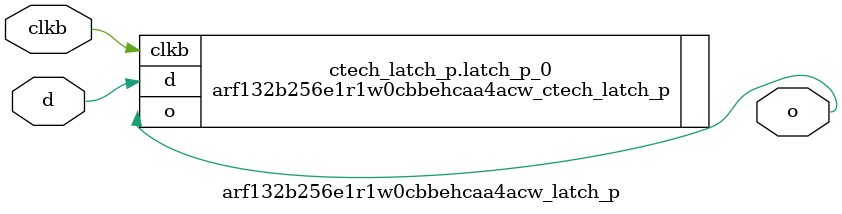
<source format=sv>

`ifndef ARF132B256E1R1W0CBBEHCAA4ACW_LATCH_P_SV
`define ARF132B256E1R1W0CBBEHCAA4ACW_LATCH_P_SV

module arf132b256e1r1w0cbbehcaa4acw_latch_p #
(
  parameter CTECH = 1
)
(
  output logic o,
  input  logic d,
  input  logic clkb
);

  if (CTECH == 1) begin: ctech_latch_p
    arf132b256e1r1w0cbbehcaa4acw_ctech_latch_p latch_p_0 (.o(o),.d(d),.clkb(clkb));
  end
  else begin
    always_latch begin
      if (~clkb) begin
        o <= d;
      end
    end
  end

endmodule // arf132b256e1r1w0cbbehcaa4acw_latch_p

`endif // ARF132B256E1R1W0CBBEHCAA4ACW_LATCH_P_SV
</source>
